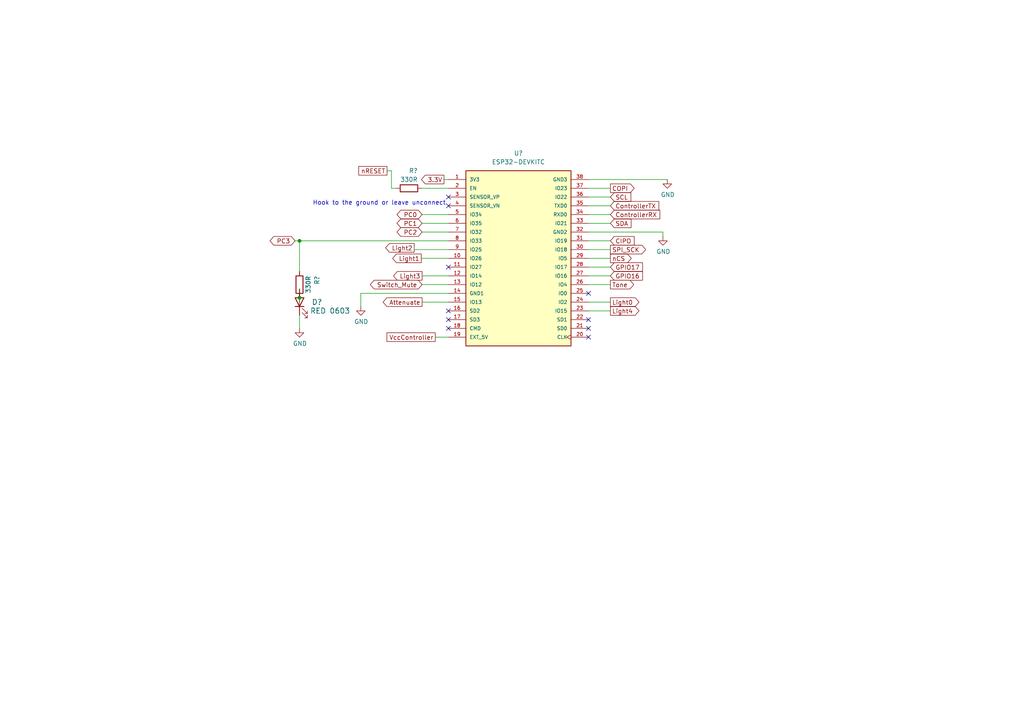
<source format=kicad_sch>
(kicad_sch (version 20211123) (generator eeschema)
  (paper "A4")
  (lib_symbols
    (symbol "Device:LED" (pin_numbers hide) (pin_names (offset 1.016) hide)
      (property "Reference" "D" (at 0 2.54 0))
      (property "Value" "LED" (at 0 -2.54 0))
      (symbol "LED_0_1"
        (polyline (pts (xy -1.27 -1.27) (xy -1.27 1.27)) (stroke (width 0.254)))
        (polyline (pts (xy -1.27 0) (xy 1.27 0)))
        (polyline (pts (xy 1.27 -1.27) (xy 1.27 1.27) (xy -1.27 0) (xy 1.27 -1.27)) (stroke (width 0.254)))
        (polyline (pts (xy -3.048 -0.762) (xy -4.572 -2.286) (xy -3.81 -2.286) (xy -4.572 -2.286) (xy -4.572 -1.524)))
        (polyline (pts (xy -1.778 -0.762) (xy -3.302 -2.286) (xy -2.54 -2.286) (xy -3.302 -2.286) (xy -3.302 -1.524)))
      )
      (symbol "LED_1_1"
        (pin passive line (at -3.81 0 0) (length 2.54) (name "K") (number "1"))
        (pin passive line (at 3.81 0 180) (length 2.54) (name "A") (number "2"))
      )
    )
    (symbol "Device:R" (pin_numbers hide) (pin_names (offset 0))
      (property "Reference" "R" (at 2.032 0 90))
      (property "Value" "R" (at 0 0 90))
      (symbol "R_0_1"
        (rectangle (start -1.016 -2.54) (end 1.016 2.54) (stroke (width 0.254)))
      )
      (symbol "R_1_1"
        (pin passive line (at 0 3.81 270) (length 1.27) (name "~") (number "1"))
        (pin passive line (at 0 -3.81 90) (length 1.27) (name "~") (number "2"))
      )
    )
    (symbol "ESP32-DEVKITC:ESP32-DEVKITC" (pin_names (offset 1.016))
      (property "Reference" "U" (at -15.2572 26.0643 0))
      (property "Value" "ESP32-DEVKITC" (at -15.2563 -27.9698 0))
      (symbol "ESP32-DEVKITC_0_0"
        (rectangle (start -15.24 -25.4) (end 15.24 25.4) (stroke (width 0.254)) (fill (type background)))
        (pin power_in line (at -20.32 22.86 0) (length 5.08) (name "3V3") (number "1"))
        (pin bidirectional line (at -20.32 0 0) (length 5.08) (name "IO26") (number "10"))
        (pin bidirectional line (at -20.32 -2.54 0) (length 5.08) (name "IO27") (number "11"))
        (pin bidirectional line (at -20.32 -5.08 0) (length 5.08) (name "IO14") (number "12"))
        (pin bidirectional line (at -20.32 -7.62 0) (length 5.08) (name "IO12") (number "13"))
        (pin power_in line (at -20.32 -10.16 0) (length 5.08) (name "GND1") (number "14"))
        (pin bidirectional line (at -20.32 -12.7 0) (length 5.08) (name "IO13") (number "15"))
        (pin bidirectional line (at -20.32 -15.24 0) (length 5.08) (name "SD2") (number "16"))
        (pin bidirectional line (at -20.32 -17.78 0) (length 5.08) (name "SD3") (number "17"))
        (pin bidirectional line (at -20.32 -20.32 0) (length 5.08) (name "CMD") (number "18"))
        (pin power_in line (at -20.32 -22.86 0) (length 5.08) (name "EXT_5V") (number "19"))
        (pin input line (at -20.32 20.32 0) (length 5.08) (name "EN") (number "2"))
        (pin input clock (at 20.32 -22.86 180) (length 5.08) (name "CLK") (number "20"))
        (pin bidirectional line (at 20.32 -20.32 180) (length 5.08) (name "SD0") (number "21"))
        (pin bidirectional line (at 20.32 -17.78 180) (length 5.08) (name "SD1") (number "22"))
        (pin bidirectional line (at 20.32 -15.24 180) (length 5.08) (name "IO15") (number "23"))
        (pin bidirectional line (at 20.32 -12.7 180) (length 5.08) (name "IO2") (number "24"))
        (pin bidirectional line (at 20.32 -10.16 180) (length 5.08) (name "IO0") (number "25"))
        (pin bidirectional line (at 20.32 -7.62 180) (length 5.08) (name "IO4") (number "26"))
        (pin bidirectional line (at 20.32 -5.08 180) (length 5.08) (name "IO16") (number "27"))
        (pin bidirectional line (at 20.32 -2.54 180) (length 5.08) (name "IO17") (number "28"))
        (pin bidirectional line (at 20.32 0 180) (length 5.08) (name "IO5") (number "29"))
        (pin input line (at -20.32 17.78 0) (length 5.08) (name "SENSOR_VP") (number "3"))
        (pin bidirectional line (at 20.32 2.54 180) (length 5.08) (name "IO18") (number "30"))
        (pin bidirectional line (at 20.32 5.08 180) (length 5.08) (name "IO19") (number "31"))
        (pin power_in line (at 20.32 7.62 180) (length 5.08) (name "GND2") (number "32"))
        (pin bidirectional line (at 20.32 10.16 180) (length 5.08) (name "IO21") (number "33"))
        (pin input line (at 20.32 12.7 180) (length 5.08) (name "RXD0") (number "34"))
        (pin output line (at 20.32 15.24 180) (length 5.08) (name "TXD0") (number "35"))
        (pin bidirectional line (at 20.32 17.78 180) (length 5.08) (name "IO22") (number "36"))
        (pin bidirectional line (at 20.32 20.32 180) (length 5.08) (name "IO23") (number "37"))
        (pin power_in line (at 20.32 22.86 180) (length 5.08) (name "GND3") (number "38"))
        (pin input line (at -20.32 15.24 0) (length 5.08) (name "SENSOR_VN") (number "4"))
        (pin bidirectional line (at -20.32 12.7 0) (length 5.08) (name "IO34") (number "5"))
        (pin bidirectional line (at -20.32 10.16 0) (length 5.08) (name "IO35") (number "6"))
        (pin bidirectional line (at -20.32 7.62 0) (length 5.08) (name "IO32") (number "7"))
        (pin bidirectional line (at -20.32 5.08 0) (length 5.08) (name "IO33") (number "8"))
        (pin bidirectional line (at -20.32 2.54 0) (length 5.08) (name "IO25") (number "9"))
      )
    )
    (symbol "power:GND" (power) (pin_names (offset 0))
      (property "Value" "GND" (at 0 -3.81 0))
      (symbol "GND_0_1"
        (polyline (pts (xy 0 0) (xy 0 -1.27) (xy 1.27 -1.27) (xy 0 -2.54) (xy -1.27 -1.27) (xy 0 -1.27)))
      )
      (symbol "GND_1_1"
        (pin power_in line (at 0 0 270) (length 0) hide (name "GND") (number "1"))
      )
    )
  )
  (junction (at 86.868 86.36))
  (junction (at 86.868 69.85))
  (no_connect (at 130.048 57.15))
  (no_connect (at 130.048 77.47))
  (no_connect (at 170.688 97.79))
  (no_connect (at 170.688 85.09))
  (no_connect (at 170.688 95.25))
  (no_connect (at 130.048 92.71))
  (no_connect (at 130.048 90.17))
  (no_connect (at 170.688 92.71))
  (no_connect (at 130.048 59.69))
  (no_connect (at 130.048 95.25))
  (wire (pts (xy 170.688 59.69) (xy 177.038 59.69)))
  (wire (pts (xy 170.688 54.61) (xy 177.038 54.61)))
  (wire (pts (xy 86.868 69.85) (xy 85.598 69.85)))
  (wire (pts (xy 122.174 74.93) (xy 130.048 74.93)))
  (wire (pts (xy 122.428 64.77) (xy 130.048 64.77)))
  (wire (pts (xy 130.048 85.09) (xy 104.648 85.09)))
  (wire (pts (xy 120.142 72.39) (xy 120.142 71.882)))
  (wire (pts (xy 113.538 54.61) (xy 114.808 54.61)))
  (wire (pts (xy 170.688 72.39) (xy 177.038 72.39)))
  (wire (pts (xy 170.688 77.47) (xy 177.038 77.47)))
  (wire (pts (xy 170.688 67.31) (xy 192.278 67.31)))
  (wire (pts (xy 170.688 90.17) (xy 177.038 90.17)))
  (wire (pts (xy 122.428 67.31) (xy 130.048 67.31)))
  (wire (pts (xy 122.428 87.63) (xy 130.048 87.63)))
  (wire (pts (xy 192.278 67.31) (xy 192.278 68.58)))
  (wire (pts (xy 112.268 49.53) (xy 113.538 49.53)))
  (wire (pts (xy 128.778 52.07) (xy 130.048 52.07)))
  (wire (pts (xy 86.868 95.25) (xy 86.868 91.44)))
  (wire (pts (xy 113.538 49.53) (xy 113.538 54.61)))
  (wire (pts (xy 170.688 52.07) (xy 193.548 52.07)))
  (wire (pts (xy 86.868 69.85) (xy 130.048 69.85)))
  (wire (pts (xy 104.648 85.09) (xy 104.648 88.9)))
  (wire (pts (xy 170.688 69.85) (xy 177.038 69.85)))
  (wire (pts (xy 170.688 64.77) (xy 177.038 64.77)))
  (wire (pts (xy 170.688 62.23) (xy 177.038 62.23)))
  (wire (pts (xy 170.688 74.93) (xy 177.038 74.93)))
  (wire (pts (xy 86.868 86.36) (xy 86.868 83.82)))
  (wire (pts (xy 126.238 97.79) (xy 130.048 97.79)))
  (wire (pts (xy 122.428 80.01) (xy 130.048 80.01)))
  (wire (pts (xy 122.428 82.55) (xy 130.048 82.55)))
  (wire (pts (xy 170.688 82.55) (xy 177.038 82.55)))
  (wire (pts (xy 130.048 72.39) (xy 120.142 72.39)))
  (wire (pts (xy 170.688 57.15) (xy 177.038 57.15)))
  (wire (pts (xy 86.868 69.85) (xy 86.868 78.74)))
  (wire (pts (xy 86.868 87.63) (xy 86.868 86.36)))
  (wire (pts (xy 170.688 87.63) (xy 177.038 87.63)))
  (wire (pts (xy 170.688 80.01) (xy 177.038 80.01)))
  (wire (pts (xy 122.428 54.61) (xy 130.048 54.61)))
  (wire (pts (xy 122.428 62.23) (xy 130.048 62.23)))
  (text "Hook to the ground or leave unconnect" (at 90.678 59.69 0) (effects (font (size 1.27 1.27)) (justify left bottom)))
  (global_label "Tone" (shape output) (at 177.038 82.55 0) (property "Intersheet References" "${INTERSHEET_REFS}" (effects hide)))
  (global_label "nRESET" (shape passive) (at 112.268 49.53 180) (property "Intersheet References" "${INTERSHEET_REFS}" (effects hide)))
  (global_label "GPIO16" (shape input) (at 177.038 80.01 0) (property "Intersheet References" "${INTERSHEET_REFS}" (effects hide)))
  (global_label "COPI" (shape output) (at 177.038 54.61 0) (property "Intersheet References" "${INTERSHEET_REFS}" (effects hide)))
  (global_label "ControllerRX" (shape input) (at 177.038 62.23 0) (property "Intersheet References" "${INTERSHEET_REFS}" (effects hide)))
  (global_label "SCL" (shape input) (at 177.038 57.15 0) (property "Intersheet References" "${INTERSHEET_REFS}" (effects hide)))
  (global_label "Light0" (shape output) (at 177.038 87.63 0) (property "Intersheet References" "${INTERSHEET_REFS}" (effects hide)))
  (global_label "PC0" (shape bidirectional) (at 122.428 62.23 180) (property "Intersheet References" "${INTERSHEET_REFS}" (effects hide)))
  (global_label "SPI_SCK" (shape output) (at 177.038 72.39 0) (property "Intersheet References" "${INTERSHEET_REFS}" (effects hide)))
  (global_label "Light4" (shape output) (at 177.038 90.17 0) (property "Intersheet References" "${INTERSHEET_REFS}" (effects hide)))
  (global_label "GPIO17" (shape input) (at 177.038 77.47 0) (property "Intersheet References" "${INTERSHEET_REFS}" (effects hide)))
  (global_label "ControllerTX" (shape input) (at 177.038 59.69 0) (property "Intersheet References" "${INTERSHEET_REFS}" (effects hide)))
  (global_label "CIPO" (shape input) (at 177.038 69.85 0) (property "Intersheet References" "${INTERSHEET_REFS}" (effects hide)))
  (global_label "PC1" (shape bidirectional) (at 122.428 64.77 180) (property "Intersheet References" "${INTERSHEET_REFS}" (effects hide)))
  (global_label "Light1" (shape output) (at 122.174 74.93 180) (property "Intersheet References" "${INTERSHEET_REFS}" (effects hide)))
  (global_label "nCS" (shape output) (at 177.038 74.93 0) (property "Intersheet References" "${INTERSHEET_REFS}" (effects hide)))
  (global_label "SDA" (shape input) (at 177.038 64.77 0) (property "Intersheet References" "${INTERSHEET_REFS}" (effects hide)))
  (global_label "VccController" (shape passive) (at 126.238 97.79 180) (property "Intersheet References" "${INTERSHEET_REFS}" (effects hide)))
  (global_label "Switch_Mute" (shape bidirectional) (at 122.428 82.55 180) (property "Intersheet References" "${INTERSHEET_REFS}" (effects hide)))
  (global_label "PC3" (shape bidirectional) (at 85.598 69.85 180) (property "Intersheet References" "${INTERSHEET_REFS}" (effects hide)))
  (global_label "Light3" (shape output) (at 122.428 80.01 180) (property "Intersheet References" "${INTERSHEET_REFS}" (effects hide)))
  (global_label "PC2" (shape bidirectional) (at 122.428 67.31 180) (property "Intersheet References" "${INTERSHEET_REFS}" (effects hide)))
  (global_label "Light2" (shape output) (at 120.142 71.882 180) (property "Intersheet References" "${INTERSHEET_REFS}" (effects hide)))
  (global_label "Attenuate" (shape output) (at 122.428 87.63 180) (property "Intersheet References" "${INTERSHEET_REFS}" (effects hide)))
  (global_label "3.3V" (shape output) (at 128.778 52.07 180) (property "Intersheet References" "${INTERSHEET_REFS}" (effects hide)))
  (symbol (lib_id "Device:LED") (at 86.868 87.63 90) (unit 1)
    (property "Reference" "D?" (at 91.948 87.63 90) (effects (font (size 1.524 1.524))))
    (property "Value" "RED 0603" (at 95.758 90.17 90) (effects (font (size 1.524 1.524))))
    (property "Footprint" "LED_SMD:LED_0603_1608Metric_Pad1.05x0.95mm_HandSolder" (effects hide))
    (property "Distributor 1" "JLCPCB" (effects hide))
    (property "Distributor 1 PN" "C2286" (effects hide))
    (property "MPN" "LTST-C171KRKT" (effects hide))
    (property "Category" "Optoelectronics" (effects hide))
    (property "Family" "LED Indication - Discrete" (effects hide))
    (property "Description" "LED RED CLEAR SMD" (effects hide))
    (property "Manufacturer" "Lite-On Inc." (effects hide))
    (property "Status" "Active" (effects hide))
    (property "DK_Datasheet_Link" "http://optoelectronics.liteon.com/upload/download/DS22-2000-109/LTST-C171KRKT.pdf" (effects hide))
    (property "DK_Detail_Page" "/product-detail/en/lite-on-inc/LTST-C171KRKT/160-1427-1-ND/386800" (effects hide))
    (property "Digi-Key_PN" "160-1427-1-ND" (effects hide))
    (property "AssemblyType" "HAND" (effects hide))
    (property "Cost" "0.0054" (effects hide))
  )
  (symbol (lib_id "Device:R") (at 118.618 54.61 90) (mirror x) (unit 1)
    (property "Reference" "R?" (at 119.888 49.53 90))
    (property "Value" "330R" (at 118.618 52.07 90))
    (property "Footprint" "Resistor_SMD:R_0603_1608Metric_Pad0.98x0.95mm_HandSolder" (effects hide))
    (property "Distributor 1" "JLCPCB" (effects hide))
    (property "Distributor 1 PN" "C269711" (effects hide))
    (property "Manufacturer" "TyoHM" (effects hide))
    (property "MPN" "RMC06033301%N" (effects hide))
    (property "Description" "0.1W ±1% 330Ω 0603 Chip Resistor - Surface Mount ROHS" (effects hide))
    (property "AssemblyType" "SMT" (effects hide))
    (property "Cost" "0.0015" (effects hide))
  )
  (symbol (lib_id "power:GND") (at 193.548 52.07 0) (unit 1)
    (property "Reference" "#PWR?" (effects hide))
    (property "Value" "GND" (at 193.675 56.4642 0))
  )
  (symbol (lib_id "power:GND") (at 86.868 95.25 0) (unit 1)
    (property "Reference" "#PWR?" (effects hide))
    (property "Value" "GND" (at 86.995 99.6442 0))
  )
  (symbol (lib_id "power:GND") (at 192.278 68.58 0) (unit 1)
    (property "Reference" "#PWR?" (effects hide))
    (property "Value" "GND" (at 192.405 72.9742 0))
  )
  (symbol (lib_id "power:GND") (at 104.648 88.9 0) (unit 1)
    (property "Reference" "#PWR?" (effects hide))
    (property "Value" "GND" (at 104.775 93.2942 0))
  )
  (symbol (lib_id "Device:R") (at 86.868 82.55 180) (unit 1)
    (property "Reference" "R?" (at 91.948 81.28 90))
    (property "Value" "330R" (at 89.408 82.55 90))
    (property "Footprint" "Resistor_SMD:R_0603_1608Metric_Pad0.98x0.95mm_HandSolder" (effects hide))
    (property "Distributor 1" "JLCPCB" (effects hide))
    (property "Distributor 1 PN" "C269711" (effects hide))
    (property "Manufacturer" "TyoHM" (effects hide))
    (property "MPN" "RMC06033301%N" (effects hide))
    (property "Description" "0.1W ±1% 330Ω 0603 Chip Resistor - Surface Mount ROHS" (effects hide))
    (property "AssemblyType" "SMT" (effects hide))
    (property "Cost" "0.0015" (effects hide))
  )
  (symbol (lib_id "ESP32-DEVKITC:ESP32-DEVKITC") (at 150.368 74.93 0) (unit 1)
    (property "Reference" "U?" (at 150.368 44.45 0))
    (property "Value" "ESP32-DEVKITC" (at 150.368 46.99 0))
    (property "Footprint" "MODULE_ESP32-DEVKITC" (effects hide))
    (property "STANDARD" "Manufacturer Recommendations" (effects hide))
    (property "PARTREV" "N/A" (effects hide))
    (property "MANUFACTURER" "ESPRESSIF" (effects hide))
  )
)
</source>
